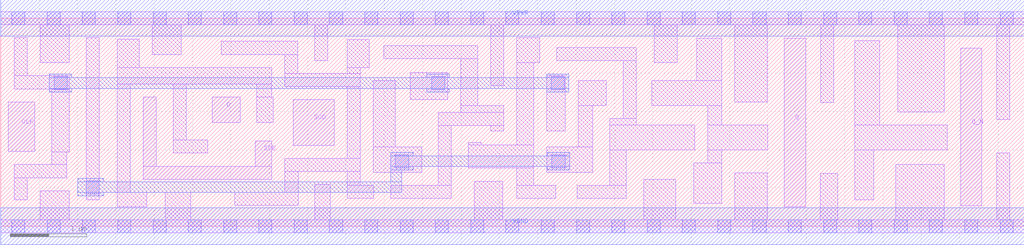
<source format=lef>
# Copyright 2020 The SkyWater PDK Authors
#
# Licensed under the Apache License, Version 2.0 (the "License");
# you may not use this file except in compliance with the License.
# You may obtain a copy of the License at
#
#     https://www.apache.org/licenses/LICENSE-2.0
#
# Unless required by applicable law or agreed to in writing, software
# distributed under the License is distributed on an "AS IS" BASIS,
# WITHOUT WARRANTIES OR CONDITIONS OF ANY KIND, either express or implied.
# See the License for the specific language governing permissions and
# limitations under the License.
#
# SPDX-License-Identifier: Apache-2.0

VERSION 5.7 ;
  NAMESCASESENSITIVE ON ;
  NOWIREEXTENSIONATPIN ON ;
  DIVIDERCHAR "/" ;
  BUSBITCHARS "[]" ;
UNITS
  DATABASE MICRONS 200 ;
END UNITS
PROPERTYDEFINITIONS
  MACRO maskLayoutSubType STRING ;
  MACRO prCellType STRING ;
  MACRO originalViewName STRING ;
END PROPERTYDEFINITIONS
MACRO sky130_fd_sc_hdll__sdfxbp_2
  CLASS CORE ;
  FOREIGN sky130_fd_sc_hdll__sdfxbp_2 ;
  ORIGIN  0.000000  0.000000 ;
  SIZE  13.34000 BY  2.720000 ;
  SYMMETRY X Y R90 ;
  SITE unithd ;
  PIN CLK
    ANTENNAGATEAREA  0.178200 ;
    DIRECTION INPUT ;
    USE SIGNAL ;
    PORT
      LAYER li1 ;
        RECT 0.095000 0.975000 0.445000 1.625000 ;
    END
  END CLK
  PIN D
    ANTENNAGATEAREA  0.178200 ;
    DIRECTION INPUT ;
    USE SIGNAL ;
    PORT
      LAYER li1 ;
        RECT 2.755000 1.355000 3.125000 1.685000 ;
    END
  END D
  PIN Q
    ANTENNADIFFAREA  0.498000 ;
    DIRECTION OUTPUT ;
    USE SIGNAL ;
    PORT
      LAYER li1 ;
        RECT 10.210000 0.255000 10.490000 2.455000 ;
    END
  END Q
  PIN Q_N
    ANTENNADIFFAREA  0.498000 ;
    DIRECTION OUTPUT ;
    USE SIGNAL ;
    PORT
      LAYER li1 ;
        RECT 12.515000 0.265000 12.785000 2.325000 ;
    END
  END Q_N
  PIN SCD
    ANTENNAGATEAREA  0.178200 ;
    DIRECTION INPUT ;
    USE SIGNAL ;
    PORT
      LAYER li1 ;
        RECT 3.815000 1.055000 4.345000 1.655000 ;
    END
  END SCD
  PIN SCE
    ANTENNAGATEAREA  0.356400 ;
    DIRECTION INPUT ;
    USE SIGNAL ;
    PORT
      LAYER li1 ;
        RECT 1.860000 0.615000 3.535000 0.785000 ;
        RECT 1.860000 0.785000 2.030000 1.685000 ;
        RECT 3.315000 0.785000 3.535000 1.115000 ;
    END
  END SCE
  PIN VGND
    DIRECTION INOUT ;
    USE GROUND ;
    PORT
      LAYER met1 ;
        RECT 0.000000 -0.240000 13.340000 0.240000 ;
    END
  END VGND
  PIN VPWR
    DIRECTION INOUT ;
    USE POWER ;
    PORT
      LAYER met1 ;
        RECT 0.000000 2.480000 13.340000 2.960000 ;
    END
  END VPWR
  OBS
    LAYER li1 ;
      RECT  0.000000 -0.085000 13.340000 0.085000 ;
      RECT  0.000000  2.635000 13.340000 2.805000 ;
      RECT  0.175000  0.345000  0.345000 0.635000 ;
      RECT  0.175000  0.635000  0.860000 0.805000 ;
      RECT  0.175000  1.795000  0.895000 1.965000 ;
      RECT  0.175000  1.965000  0.345000 2.465000 ;
      RECT  0.515000  0.085000  0.895000 0.465000 ;
      RECT  0.515000  2.135000  0.895000 2.635000 ;
      RECT  0.665000  0.805000  0.860000 0.970000 ;
      RECT  0.665000  0.970000  0.895000 1.795000 ;
      RECT  1.115000  0.345000  1.285000 2.465000 ;
      RECT  1.520000  0.255000  1.905000 0.445000 ;
      RECT  1.520000  0.445000  1.690000 1.860000 ;
      RECT  1.520000  1.860000  3.530000 2.075000 ;
      RECT  1.520000  2.075000  1.805000 2.445000 ;
      RECT  1.975000  2.245000  2.355000 2.635000 ;
      RECT  2.145000  0.085000  2.475000 0.445000 ;
      RECT  2.250000  0.955000  2.695000 1.125000 ;
      RECT  2.250000  1.125000  2.420000 1.860000 ;
      RECT  2.875000  2.245000  3.870000 2.415000 ;
      RECT  3.050000  0.275000  3.875000 0.445000 ;
      RECT  3.335000  1.355000  3.555000 1.685000 ;
      RECT  3.335000  1.685000  3.530000 1.860000 ;
      RECT  3.700000  1.825000  4.685000 1.995000 ;
      RECT  3.700000  1.995000  3.870000 2.245000 ;
      RECT  3.705000  0.445000  3.875000 0.715000 ;
      RECT  3.705000  0.715000  4.685000 0.885000 ;
      RECT  4.090000  2.165000  4.260000 2.635000 ;
      RECT  4.095000  0.085000  4.295000 0.545000 ;
      RECT  4.515000  0.365000  4.865000 0.535000 ;
      RECT  4.515000  0.535000  4.685000 0.715000 ;
      RECT  4.515000  0.885000  4.685000 1.825000 ;
      RECT  4.515000  1.995000  4.685000 2.070000 ;
      RECT  4.515000  2.070000  4.800000 2.440000 ;
      RECT  4.855000  0.705000  5.485000 1.035000 ;
      RECT  4.855000  1.035000  5.145000 1.905000 ;
      RECT  4.995000  2.190000  6.215000 2.360000 ;
      RECT  5.085000  0.365000  5.875000 0.535000 ;
      RECT  5.335000  1.655000  5.825000 2.010000 ;
      RECT  5.705000  0.535000  5.875000 1.315000 ;
      RECT  5.705000  1.315000  6.555000 1.485000 ;
      RECT  5.995000  1.485000  6.555000 1.575000 ;
      RECT  5.995000  1.575000  6.215000 2.190000 ;
      RECT  6.095000  0.765000  6.945000 1.065000 ;
      RECT  6.095000  1.065000  6.265000 1.095000 ;
      RECT  6.175000  0.085000  6.545000 0.585000 ;
      RECT  6.385000  1.245000  6.555000 1.315000 ;
      RECT  6.385000  1.835000  6.555000 2.635000 ;
      RECT  6.725000  0.365000  7.235000 0.535000 ;
      RECT  6.725000  0.535000  6.945000 0.765000 ;
      RECT  6.725000  1.065000  6.945000 2.135000 ;
      RECT  6.725000  2.135000  7.025000 2.465000 ;
      RECT  7.115000  0.705000  7.715000 1.035000 ;
      RECT  7.115000  1.245000  7.355000 1.965000 ;
      RECT  7.250000  2.165000  8.285000 2.335000 ;
      RECT  7.515000  0.365000  8.155000 0.535000 ;
      RECT  7.525000  1.035000  7.715000 1.575000 ;
      RECT  7.525000  1.575000  7.895000 1.905000 ;
      RECT  7.935000  0.535000  8.155000 0.995000 ;
      RECT  7.935000  0.995000  9.045000 1.325000 ;
      RECT  7.935000  1.325000  8.285000 1.405000 ;
      RECT  8.115000  1.405000  8.285000 2.165000 ;
      RECT  8.380000  0.085000  8.800000 0.615000 ;
      RECT  8.485000  1.575000  9.400000 1.905000 ;
      RECT  8.515000  2.135000  8.820000 2.635000 ;
      RECT  9.035000  0.300000  9.400000 0.825000 ;
      RECT  9.070000  1.905000  9.400000 2.455000 ;
      RECT  9.215000  0.825000  9.400000 0.995000 ;
      RECT  9.215000  0.995000 10.000000 1.325000 ;
      RECT  9.215000  1.325000  9.400000 1.575000 ;
      RECT  9.570000  0.085000  9.990000 0.695000 ;
      RECT  9.570000  1.625000  9.990000 2.635000 ;
      RECT 10.680000  0.085000 10.910000 0.690000 ;
      RECT 10.690000  1.615000 10.860000 2.635000 ;
      RECT 11.130000  0.345000 11.380000 0.995000 ;
      RECT 11.130000  0.995000 12.340000 1.325000 ;
      RECT 11.130000  1.325000 11.460000 2.425000 ;
      RECT 11.665000  0.085000 12.295000 0.805000 ;
      RECT 11.690000  1.495000 12.295000 2.635000 ;
      RECT 12.985000  0.085000 13.155000 0.955000 ;
      RECT 12.985000  1.395000 13.155000 2.635000 ;
    LAYER mcon ;
      RECT  0.145000 -0.085000  0.315000 0.085000 ;
      RECT  0.145000  2.635000  0.315000 2.805000 ;
      RECT  0.605000 -0.085000  0.775000 0.085000 ;
      RECT  0.605000  2.635000  0.775000 2.805000 ;
      RECT  0.695000  1.785000  0.865000 1.955000 ;
      RECT  1.065000 -0.085000  1.235000 0.085000 ;
      RECT  1.065000  2.635000  1.235000 2.805000 ;
      RECT  1.115000  0.425000  1.285000 0.595000 ;
      RECT  1.525000 -0.085000  1.695000 0.085000 ;
      RECT  1.525000  2.635000  1.695000 2.805000 ;
      RECT  1.985000 -0.085000  2.155000 0.085000 ;
      RECT  1.985000  2.635000  2.155000 2.805000 ;
      RECT  2.445000 -0.085000  2.615000 0.085000 ;
      RECT  2.445000  2.635000  2.615000 2.805000 ;
      RECT  2.905000 -0.085000  3.075000 0.085000 ;
      RECT  2.905000  2.635000  3.075000 2.805000 ;
      RECT  3.365000 -0.085000  3.535000 0.085000 ;
      RECT  3.365000  2.635000  3.535000 2.805000 ;
      RECT  3.825000 -0.085000  3.995000 0.085000 ;
      RECT  3.825000  2.635000  3.995000 2.805000 ;
      RECT  4.285000 -0.085000  4.455000 0.085000 ;
      RECT  4.285000  2.635000  4.455000 2.805000 ;
      RECT  4.745000 -0.085000  4.915000 0.085000 ;
      RECT  4.745000  2.635000  4.915000 2.805000 ;
      RECT  5.145000  0.765000  5.315000 0.935000 ;
      RECT  5.205000 -0.085000  5.375000 0.085000 ;
      RECT  5.205000  2.635000  5.375000 2.805000 ;
      RECT  5.615000  1.785000  5.785000 1.955000 ;
      RECT  5.665000 -0.085000  5.835000 0.085000 ;
      RECT  5.665000  2.635000  5.835000 2.805000 ;
      RECT  6.125000 -0.085000  6.295000 0.085000 ;
      RECT  6.125000  2.635000  6.295000 2.805000 ;
      RECT  6.585000 -0.085000  6.755000 0.085000 ;
      RECT  6.585000  2.635000  6.755000 2.805000 ;
      RECT  7.045000 -0.085000  7.215000 0.085000 ;
      RECT  7.045000  2.635000  7.215000 2.805000 ;
      RECT  7.175000  1.785000  7.345000 1.955000 ;
      RECT  7.185000  0.765000  7.355000 0.935000 ;
      RECT  7.505000 -0.085000  7.675000 0.085000 ;
      RECT  7.505000  2.635000  7.675000 2.805000 ;
      RECT  7.965000 -0.085000  8.135000 0.085000 ;
      RECT  7.965000  2.635000  8.135000 2.805000 ;
      RECT  8.425000 -0.085000  8.595000 0.085000 ;
      RECT  8.425000  2.635000  8.595000 2.805000 ;
      RECT  8.885000 -0.085000  9.055000 0.085000 ;
      RECT  8.885000  2.635000  9.055000 2.805000 ;
      RECT  9.345000 -0.085000  9.515000 0.085000 ;
      RECT  9.345000  2.635000  9.515000 2.805000 ;
      RECT  9.805000 -0.085000  9.975000 0.085000 ;
      RECT  9.805000  2.635000  9.975000 2.805000 ;
      RECT 10.265000 -0.085000 10.435000 0.085000 ;
      RECT 10.265000  2.635000 10.435000 2.805000 ;
      RECT 10.725000 -0.085000 10.895000 0.085000 ;
      RECT 10.725000  2.635000 10.895000 2.805000 ;
      RECT 11.185000 -0.085000 11.355000 0.085000 ;
      RECT 11.185000  2.635000 11.355000 2.805000 ;
      RECT 11.645000 -0.085000 11.815000 0.085000 ;
      RECT 11.645000  2.635000 11.815000 2.805000 ;
      RECT 12.105000 -0.085000 12.275000 0.085000 ;
      RECT 12.105000  2.635000 12.275000 2.805000 ;
      RECT 12.565000 -0.085000 12.735000 0.085000 ;
      RECT 12.565000  2.635000 12.735000 2.805000 ;
      RECT 13.025000 -0.085000 13.195000 0.085000 ;
      RECT 13.025000  2.635000 13.195000 2.805000 ;
    LAYER met1 ;
      RECT 0.635000 1.755000 0.925000 1.800000 ;
      RECT 0.635000 1.800000 7.405000 1.940000 ;
      RECT 0.635000 1.940000 0.925000 1.985000 ;
      RECT 1.005000 0.395000 1.345000 0.440000 ;
      RECT 1.005000 0.440000 5.225000 0.580000 ;
      RECT 1.005000 0.580000 1.345000 0.625000 ;
      RECT 5.085000 0.580000 5.225000 0.735000 ;
      RECT 5.085000 0.735000 5.375000 0.780000 ;
      RECT 5.085000 0.780000 7.415000 0.920000 ;
      RECT 5.085000 0.920000 5.375000 0.965000 ;
      RECT 5.555000 1.755000 5.845000 1.800000 ;
      RECT 5.555000 1.940000 5.845000 1.985000 ;
      RECT 7.115000 1.755000 7.405000 1.800000 ;
      RECT 7.115000 1.940000 7.405000 1.985000 ;
      RECT 7.125000 0.735000 7.415000 0.780000 ;
      RECT 7.125000 0.920000 7.415000 0.965000 ;
  END
  PROPERTY maskLayoutSubType "abstract" ;
  PROPERTY prCellType "standard" ;
  PROPERTY originalViewName "layout" ;
END sky130_fd_sc_hdll__sdfxbp_2
END LIBRARY

</source>
